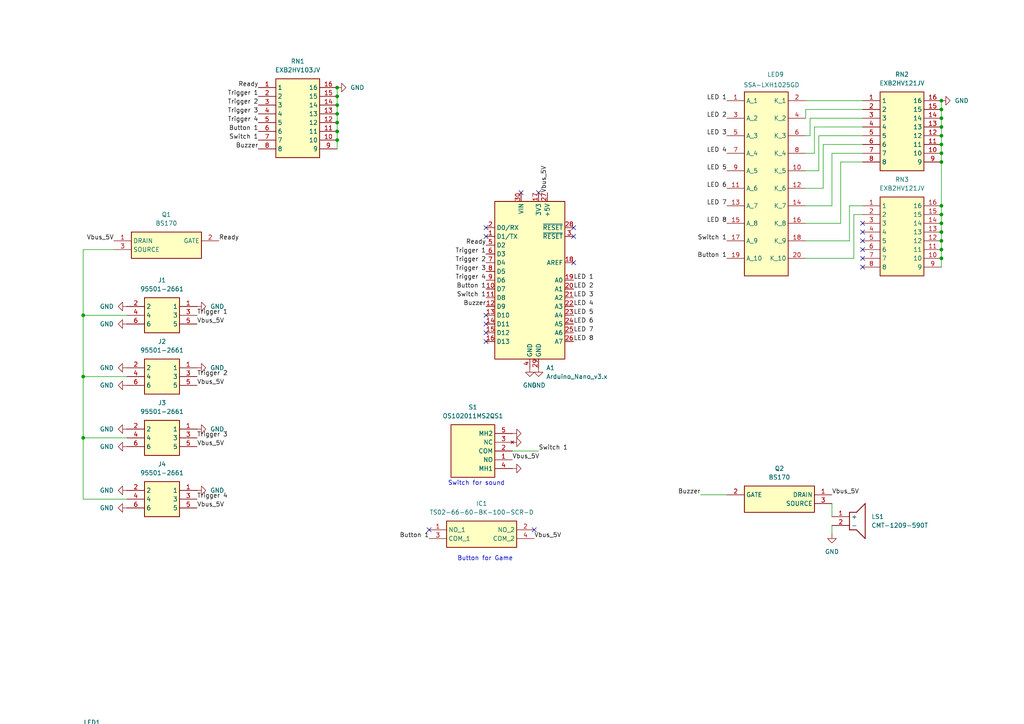
<source format=kicad_sch>
(kicad_sch (version 20231120) (generator "eeschema") (generator_version "8.0")
  (paper "A4")
  (junction (at 273.05 62.23))
  (junction (at 273.05 72.39))
  (junction (at 97.79 35.56))
  (junction (at 273.05 36.83))
  (junction (at 24.13 91.44))
  (junction (at 273.05 69.85))
  (junction (at 24.13 109.22))
  (junction (at 273.05 74.93))
  (junction (at 97.79 33.02))
  (junction (at 97.79 27.94))
  (junction (at 273.05 59.69))
  (junction (at 44.45 293.37))
  (junction (at 273.05 67.31))
  (junction (at 273.05 39.37))
  (junction (at 105.41 293.37))
  (junction (at 273.05 29.21))
  (junction (at 273.05 31.75))
  (junction (at 104.14 220.98))
  (junction (at 273.05 64.77))
  (junction (at 44.45 219.71))
  (junction (at 273.05 44.45))
  (junction (at 97.79 25.4))
  (junction (at 97.79 30.48))
  (junction (at 273.05 41.91))
  (junction (at 97.79 40.64))
  (junction (at 97.79 38.1))
  (junction (at 273.05 46.99))
  (junction (at 273.05 34.29))
  (junction (at 24.13 127))
  (no_connect (at 140.97 96.52))
  (no_connect (at 166.37 68.58))
  (no_connect (at 250.19 77.47))
  (no_connect (at 224.79 220.98))
  (no_connect (at 224.79 240.03))
  (no_connect (at 250.19 69.85))
  (no_connect (at 140.97 68.58))
  (no_connect (at 151.13 55.88))
  (no_connect (at 224.79 227.33))
  (no_connect (at 166.37 66.04))
  (no_connect (at 156.21 55.88))
  (no_connect (at 140.97 66.04))
  (no_connect (at 166.37 76.2))
  (no_connect (at 140.97 93.98))
  (no_connect (at 250.19 67.31))
  (no_connect (at 140.97 91.44))
  (no_connect (at 224.79 233.68))
  (no_connect (at 250.19 74.93))
  (no_connect (at 250.19 72.39))
  (no_connect (at 250.19 64.77))
  (no_connect (at 154.94 153.67))
  (no_connect (at 140.97 99.06))
  (no_connect (at 124.46 153.67))
  (wire (pts (xy 273.05 31.75) (xy 273.05 34.29)))
  (wire (pts (xy 105.41 293.37) (xy 105.41 303.53)))
  (wire (pts (xy 241.3 44.45) (xy 250.19 44.45)))
  (wire (pts (xy 111.76 231.14) (xy 111.76 234.95)))
  (wire (pts (xy 36.83 127) (xy 24.13 127)))
  (wire (pts (xy 97.79 25.4) (xy 97.79 27.94)))
  (wire (pts (xy 44.45 219.71) (xy 44.45 229.87)))
  (wire (pts (xy 62.23 233.68) (xy 62.23 219.71)))
  (wire (pts (xy 110.49 293.37) (xy 105.41 293.37)))
  (wire (pts (xy 233.68 69.85) (xy 246.38 69.85)))
  (wire (pts (xy 121.92 220.98) (xy 119.38 220.98)))
  (wire (pts (xy 54.61 233.68) (xy 62.23 233.68)))
  (wire (pts (xy 238.76 41.91) (xy 250.19 41.91)))
  (wire (pts (xy 109.22 220.98) (xy 104.14 220.98)))
  (wire (pts (xy 273.05 67.31) (xy 273.05 69.85)))
  (wire (pts (xy 236.22 36.83) (xy 250.19 36.83)))
  (wire (pts (xy 233.68 64.77) (xy 243.84 64.77)))
  (wire (pts (xy 273.05 72.39) (xy 273.05 74.93)))
  (wire (pts (xy 273.05 64.77) (xy 273.05 67.31)))
  (wire (pts (xy 62.23 219.71) (xy 59.69 219.71)))
  (wire (pts (xy 233.68 29.21) (xy 250.19 29.21)))
  (wire (pts (xy 62.23 307.34) (xy 62.23 293.37)))
  (wire (pts (xy 97.79 40.64) (xy 97.79 43.18)))
  (wire (pts (xy 44.45 303.53) (xy 52.07 303.53)))
  (wire (pts (xy 233.68 49.53) (xy 237.49 49.53)))
  (wire (pts (xy 233.68 44.45) (xy 236.22 44.45)))
  (wire (pts (xy 241.3 152.4) (xy 241.3 154.94)))
  (wire (pts (xy 52.07 303.53) (xy 52.07 307.34)))
  (wire (pts (xy 273.05 46.99) (xy 273.05 59.69)))
  (wire (pts (xy 62.23 293.37) (xy 59.69 293.37)))
  (wire (pts (xy 24.13 109.22) (xy 24.13 91.44)))
  (wire (pts (xy 36.83 144.78) (xy 24.13 144.78)))
  (wire (pts (xy 36.83 109.22) (xy 24.13 109.22)))
  (wire (pts (xy 273.05 39.37) (xy 273.05 41.91)))
  (wire (pts (xy 238.76 54.61) (xy 238.76 41.91)))
  (wire (pts (xy 97.79 38.1) (xy 97.79 40.64)))
  (wire (pts (xy 52.07 229.87) (xy 52.07 233.68)))
  (wire (pts (xy 247.65 74.93) (xy 247.65 62.23)))
  (wire (pts (xy 52.07 254) (xy 52.07 255.27)))
  (wire (pts (xy 273.05 36.83) (xy 273.05 39.37)))
  (wire (pts (xy 273.05 62.23) (xy 273.05 64.77)))
  (wire (pts (xy 273.05 29.21) (xy 273.05 31.75)))
  (wire (pts (xy 148.59 130.81) (xy 156.21 130.81)))
  (wire (pts (xy 44.45 229.87) (xy 52.07 229.87)))
  (wire (pts (xy 34.29 219.71) (xy 44.45 219.71)))
  (wire (pts (xy 237.49 39.37) (xy 250.19 39.37)))
  (wire (pts (xy 33.02 72.39) (xy 24.13 72.39)))
  (wire (pts (xy 243.84 46.99) (xy 250.19 46.99)))
  (wire (pts (xy 123.19 293.37) (xy 120.65 293.37)))
  (wire (pts (xy 243.84 64.77) (xy 243.84 46.99)))
  (wire (pts (xy 273.05 74.93) (xy 273.05 77.47)))
  (wire (pts (xy 95.25 293.37) (xy 105.41 293.37)))
  (wire (pts (xy 24.13 127) (xy 24.13 109.22)))
  (wire (pts (xy 234.95 34.29) (xy 250.19 34.29)))
  (wire (pts (xy 104.14 220.98) (xy 104.14 231.14)))
  (wire (pts (xy 97.79 27.94) (xy 97.79 30.48)))
  (wire (pts (xy 273.05 41.91) (xy 273.05 44.45)))
  (wire (pts (xy 233.68 59.69) (xy 241.3 59.69)))
  (wire (pts (xy 44.45 293.37) (xy 44.45 303.53)))
  (wire (pts (xy 233.68 34.29) (xy 233.68 31.75)))
  (wire (pts (xy 24.13 72.39) (xy 24.13 91.44)))
  (wire (pts (xy 113.03 327.66) (xy 113.03 328.93)))
  (wire (pts (xy 241.3 146.05) (xy 241.3 149.86)))
  (wire (pts (xy 49.53 293.37) (xy 44.45 293.37)))
  (wire (pts (xy 241.3 59.69) (xy 241.3 44.45)))
  (wire (pts (xy 49.53 219.71) (xy 44.45 219.71)))
  (wire (pts (xy 93.98 220.98) (xy 104.14 220.98)))
  (wire (pts (xy 123.19 307.34) (xy 123.19 293.37)))
  (wire (pts (xy 54.61 307.34) (xy 62.23 307.34)))
  (wire (pts (xy 52.07 327.66) (xy 52.07 328.93)))
  (wire (pts (xy 34.29 293.37) (xy 44.45 293.37)))
  (wire (pts (xy 104.14 231.14) (xy 111.76 231.14)))
  (wire (pts (xy 247.65 62.23) (xy 250.19 62.23)))
  (wire (pts (xy 246.38 69.85) (xy 246.38 59.69)))
  (wire (pts (xy 97.79 33.02) (xy 97.79 35.56)))
  (wire (pts (xy 24.13 144.78) (xy 24.13 127)))
  (wire (pts (xy 233.68 54.61) (xy 238.76 54.61)))
  (wire (pts (xy 121.92 234.95) (xy 121.92 220.98)))
  (wire (pts (xy 233.68 39.37) (xy 234.95 39.37)))
  (wire (pts (xy 236.22 44.45) (xy 236.22 36.83)))
  (wire (pts (xy 115.57 307.34) (xy 123.19 307.34)))
  (wire (pts (xy 233.68 74.93) (xy 247.65 74.93)))
  (wire (pts (xy 273.05 69.85) (xy 273.05 72.39)))
  (wire (pts (xy 113.03 303.53) (xy 113.03 307.34)))
  (wire (pts (xy 273.05 59.69) (xy 273.05 62.23)))
  (wire (pts (xy 233.68 31.75) (xy 250.19 31.75)))
  (wire (pts (xy 203.2 143.51) (xy 210.82 143.51)))
  (wire (pts (xy 114.3 234.95) (xy 121.92 234.95)))
  (wire (pts (xy 246.38 59.69) (xy 250.19 59.69)))
  (wire (pts (xy 234.95 39.37) (xy 234.95 34.29)))
  (wire (pts (xy 105.41 303.53) (xy 113.03 303.53)))
  (wire (pts (xy 97.79 35.56) (xy 97.79 38.1)))
  (wire (pts (xy 111.76 255.27) (xy 111.76 256.54)))
  (wire (pts (xy 97.79 30.48) (xy 97.79 33.02)))
  (wire (pts (xy 237.49 49.53) (xy 237.49 39.37)))
  (wire (pts (xy 273.05 34.29) (xy 273.05 36.83)))
  (wire (pts (xy 273.05 44.45) (xy 273.05 46.99)))
  (wire (pts (xy 24.13 91.44) (xy 36.83 91.44)))
  (text "Components for handle\n" (at 49.022 287.782 0) (effects (font (size 1.27 1.27))))
  (text "Switch for sound\n" (at 138.176 140.208 0) (effects (font (size 1.27 1.27))))
  (text "Components for handle\n" (at 108.712 215.392 0) (effects (font (size 1.27 1.27))))
  (text "Components for handle\n" (at 49.022 214.122 0) (effects (font (size 1.27 1.27))))
  (text "Components for handle\n" (at 109.982 287.782 0) (effects (font (size 1.27 1.27))))
  (text "Button for Game\n" (at 140.716 162.052 0) (effects (font (size 1.27 1.27))))
  (label "LED 6" (at 166.37 93.98 0))
  (label "Trigger 1" (at 140.97 73.66 180))
  (label "LED 7" (at 210.82 59.69 180))
  (label "LED 3" (at 166.37 86.36 0))
  (label "Ready" (at 74.93 25.4 180))
  (label "Trigger 1" (at 57.15 91.44 0))
  (label "Buzzer" (at 74.93 43.18 180))
  (label "LED 1" (at 166.37 81.28 0))
  (label "Trigger 3" (at 74.93 33.02 180))
  (label "LED 2" (at 166.37 83.82 0))
  (label "Ready" (at 63.5 69.85 0))
  (label "Trigger 3" (at 140.97 78.74 180))
  (label "Trigger 4" (at 140.97 81.28 180))
  (label "Button 1" (at 124.46 156.21 180))
  (label "Button 1" (at 74.93 38.1 180))
  (label "Button 1" (at 140.97 83.82 180))
  (label "LED 5" (at 210.82 49.53 180))
  (label "LED 4" (at 210.82 44.45 180))
  (label "LED 5" (at 166.37 91.44 0))
  (label "Vbus_5V" (at 57.15 147.32 0))
  (label "Buzzer" (at 203.2 143.51 180))
  (label "Vbus_5V" (at 158.75 55.88 90))
  (label "LED 2" (at 210.82 34.29 180))
  (label "Trigger 2" (at 74.93 30.48 180))
  (label "Buzzer" (at 140.97 88.9 180))
  (label "LED 4" (at 166.37 88.9 0))
  (label "Vbus_5V" (at 241.3 143.51 0))
  (label "Trigger 1" (at 74.93 27.94 180))
  (label "Trigger 4" (at 74.93 35.56 180))
  (label "Trigger 2" (at 140.97 76.2 180))
  (label "Button 1" (at 210.82 74.93 180))
  (label "Ready" (at 140.97 71.12 180))
  (label "LED 8" (at 166.37 99.06 0))
  (label "Trigger 3" (at 57.15 127 0))
  (label "LED 7" (at 166.37 96.52 0))
  (label "LED 3" (at 210.82 39.37 180))
  (label "Trigger 4" (at 57.15 144.78 0))
  (label "LED 8" (at 210.82 64.77 180))
  (label "LED 1" (at 210.82 29.21 180))
  (label "Vbus_5V" (at 154.94 156.21 0))
  (label "LED 6" (at 210.82 54.61 180))
  (label "Vbus_5V" (at 33.02 69.85 180))
  (label "Switch 1" (at 74.93 40.64 180))
  (label "Switch 1" (at 210.82 69.85 180))
  (label "Vbus_5V" (at 57.15 129.54 0))
  (label "Vbus_5V" (at 57.15 111.76 0))
  (label "Switch 1" (at 156.21 130.81 0))
  (label "Switch 1" (at 140.97 86.36 180))
  (label "Trigger 2" (at 57.15 109.22 0))
  (label "Vbus_5V" (at 57.15 93.98 0))
  (label "Vbus_5V" (at 148.59 133.35 0))
  (symbol (lib_id "power:GND") (at 57.15 142.24 90) (unit 1)
    (property "Reference" "#PWR022" (effects (hide yes)))
    (property "Value" "GND" (at 60.96 142.2399 90) (effects (justify right)))
    (property "Description" "Power symbol creates a global label with name \"GND\" , ground" (effects (hide yes)))
  )
  (symbol (lib_id "power:GND") (at 111.76 271.78 0) (unit 1)
    (property "Reference" "#PWR030" (effects (hide yes)))
    (property "Value" "GND" (at 111.76 276.86 0))
    (property "Description" "Power symbol creates a global label with name \"GND\" , ground" (effects (hide yes)))
  )
  (symbol (lib_id "SamacSys:EXB2HV103JV") (at 74.93 25.4 0) (unit 1)
    (property "Reference" "RN1" (at 86.36 17.78 0))
    (property "Value" "EXB2HV103JV" (at 86.36 20.32 0))
    (property "Footprint" "EXB2HV104JV" (effects (hide yes)))
    (property "Datasheet" "https://componentsearchengine.com/Datasheets/1/EXB-2HV104JV.pdf" (effects (hide yes)))
    (property "Description" "RESISTOR,CVEX ARRAY,0402X8, 10K 5% ROHS COMPLIANT: YES" (effects (hide yes)))
    (property "Height" "0.55" (effects (hide yes)))
    (property "Manufacturer_Name" "Panasonic" (effects (hide yes)))
    (property "Manufacturer_Part_Number" "EXB2HV103JV" (effects (hide yes)))
  )
  (symbol (lib_id "power:GND") (at 57.15 124.46 90) (unit 1)
    (property "Reference" "#PWR021" (effects (hide yes)))
    (property "Value" "GND" (at 60.96 124.4599 90) (effects (justify right)))
    (property "Description" "Power symbol creates a global label with name \"GND\" , ground" (effects (hide yes)))
  )
  (symbol (lib_id "SamacSys:WP7113ID5V") (at 52.07 344.17 90) (unit 1)
    (property "Reference" "LED4" (at 41.91 336.55 0))
    (property "Value" "WP7113ID5V" (at 44.45 336.55 0))
    (property "Footprint" "WP7113ID5V" (effects (hide yes)))
    (property "Datasheet" "https://www.kingbrightusa.com/images/catalog/SPEC/WP7113ID5V.pdf" (effects (hide yes)))
    (property "Description" "Red LED with 5V resistor" (at 57.15 343.154 0))
    (property "Height" "9.85" (effects (hide yes)))
    (property "Manufacturer_Name" "Kingbright" (effects (hide yes)))
    (property "Manufacturer_Part_Number" "WP7113ID5V" (effects (hide yes)))
    (property "Mouser Part Number" "604-WP7113ID5V" (effects (hide yes)))
    (property "Mouser Price/Stock" "https://www.mouser.co.uk/ProductDetail/Kingbright/WP7113ID5V?qs=58z0TXQGVSQgkIxR0kd%2F5Q%3D%3D" (effects (hide yes)))
    (property "Arrow Part Number" "WP7113ID5V" (effects (hide yes)))
    (property "Arrow Price/Stock" "https://www.arrow.com/en/products/wp7113id5v/kingbright?utm_currency=USD&region=nac" (effects (hide yes)))
  )
  (symbol (lib_id "Connector:RJ12") (at 255.27 287.02 0) (unit 1)
    (property "Reference" "J16" (at 255.27 271.78 0))
    (property "Value" "25 ft RJ12" (at 255.27 274.32 0))
    (property "Description" "RJ connector, 6P6C (6 positions 6 connected)" (effects (hide yes)))
    (property "Manufacturer_Part_Number" "BC-66SS025F" (effects (hide yes)))
    (property "DNP" "DNP" (effects (hide yes)))
  )
  (symbol (lib_id "Switch:SW_Push") (at 54.61 293.37 0) (mirror x) (unit 1)
    (property "Reference" "SW2" (at 54.61 300.99 0))
    (property "Value" "SW_Push" (at 54.61 298.45 0))
    (property "Description" "Push button switch, generic, two pins" (effects (hide yes)))
    (property "Manufacturer_Part_Number" "PV5S64019" (effects (hide yes)))
  )
  (symbol (lib_id "power:GND") (at 148.59 135.89 90) (unit 1)
    (property "Reference" "#PWR036" (effects (hide yes)))
    (property "Value" "GND" (effects (hide yes)))
    (property "Description" "Power symbol creates a global label with name \"GND\" , ground" (effects (hide yes)))
  )
  (symbol (lib_id "power:GND") (at 148.59 125.73 90) (unit 1)
    (property "Reference" "#PWR034" (effects (hide yes)))
    (property "Value" "GND" (effects (hide yes)))
    (property "Description" "Power symbol creates a global label with name \"GND\" , ground" (effects (hide yes)))
  )
  (symbol (lib_id "power:GND") (at 36.83 129.54 270) (unit 1)
    (property "Reference" "#PWR08" (effects (hide yes)))
    (property "Value" "GND" (at 33.02 129.5399 90) (effects (justify right)))
    (property "Description" "Power symbol creates a global label with name \"GND\" , ground" (effects (hide yes)))
  )
  (symbol (lib_id "power:GND") (at 148.59 128.27 90) (unit 1)
    (property "Reference" "#PWR035" (effects (hide yes)))
    (property "Value" "GND" (effects (hide yes)))
    (property "Description" "Power symbol creates a global label with name \"GND\" , ground" (effects (hide yes)))
  )
  (symbol (lib_id "power:GND") (at 115.57 327.66 90) (unit 1)
    (property "Reference" "#PWR033" (effects (hide yes)))
    (property "Value" "GND" (at 119.38 327.6599 90) (effects (justify right)))
    (property "Description" "Power symbol creates a global label with name \"GND\" , ground" (effects (hide yes)))
  )
  (symbol (lib_id "SamacSys:95501-2661") (at 49.53 254 90) (unit 1)
    (property "Reference" "J5" (at 58.42 242.5699 90) (effects (justify right)))
    (property "Value" "95501-2661" (at 58.42 245.1099 90) (effects (justify right)))
    (property "Footprint" "95501-2661" (effects (hide yes)))
    (property "Datasheet" "https://datasheet.datasheetarchive.com/originals/distributors/Datasheets_SAMA/df0790d8aebb5882625d0f98b986e00d.pdf" (effects (hide yes)))
    (property "Description" "6/6 way r/a PCB thru hole data skt,1.5A Molex 6P/6C Right Angle Through Hole Female RJ12 UTP RJ12 Connector" (effects (hide yes)))
    (property "Manufacturer_Name" "Molex" (effects (hide yes)))
    (property "Manufacturer_Part_Number" "95501-2661" (effects (hide yes)))
    (property "Mouser Part Number" "538-95501-2661" (effects (hide yes)))
    (property "Mouser Price/Stock" "https://www.mouser.co.uk/ProductDetail/Molex/95501-2661?qs=pojneS%2F1sjznHDwFkXsFkg%3D%3D" (effects (hide yes)))
  )
  (symbol (lib_id "Switch:SW_Push") (at 54.61 219.71 0) (mirror x) (unit 1)
    (property "Reference" "SW1" (at 54.61 227.33 0))
    (property "Value" "SW_Push" (at 54.61 224.79 0))
    (property "Description" "Push button switch, generic, two pins" (effects (hide yes)))
    (property "Manufacturer_Part_Number" "PV5S64019" (effects (hide yes)))
  )
  (symbol (lib_id "power:GND") (at 110.49 307.34 270) (unit 1)
    (property "Reference" "#PWR028" (effects (hide yes)))
    (property "Value" "GND" (at 106.68 307.3399 90) (effects (justify right)))
    (property "Description" "Power symbol creates a global label with name \"GND\" , ground" (effects (hide yes)))
  )
  (symbol (lib_id "power:GND") (at 36.83 124.46 270) (unit 1)
    (property "Reference" "#PWR07" (effects (hide yes)))
    (property "Value" "GND" (at 33.02 124.4599 90) (effects (justify right)))
    (property "Description" "Power symbol creates a global label with name \"GND\" , ground" (effects (hide yes)))
  )
  (symbol (lib_id "power:GND") (at 109.22 234.95 270) (unit 1)
    (property "Reference" "#PWR026" (effects (hide yes)))
    (property "Value" "GND" (at 105.41 234.9499 90) (effects (justify right)))
    (property "Description" "Power symbol creates a global label with name \"GND\" , ground" (effects (hide yes)))
  )
  (symbol (lib_id "SamacSys:CMT-1209-590T") (at 241.3 149.86 0) (unit 1)
    (property "Reference" "LS1" (at 252.73 149.8599 0) (effects (justify left)))
    (property "Value" "CMT-1209-590T" (at 252.73 152.3999 0) (effects (justify left)))
    (property "Footprint" "CMT1209590T" (effects (hide yes)))
    (property "Datasheet" "https://www.cuidevices.com/product/resource/digikeypdf/cmt-1209-590t.pdf" (effects (hide yes)))
    (property "Description" "Buzzers Transducer, Externally Driven Magnetic 5 V 65mA 2.048kHz 90dB @ 5V, 10cm Through Hole PC Pins" (effects (hide yes)))
    (property "Height" "9.5" (effects (hide yes)))
    (property "Manufacturer_Name" "Same Sky" (effects (hide yes)))
    (property "Manufacturer_Part_Number" "CMT-1209-590T" (effects (hide yes)))
    (property "Mouser Part Number" "179-CMT-1209-590T" (effects (hide yes)))
    (property "Mouser Price/Stock" "https://www.mouser.co.uk/ProductDetail/CUI-Devices/CMT-1209-590T?qs=i8QVZAFTkqRIO%2FWtiCRGPw%3D%3D" (effects (hide yes)))
  )
  (symbol (lib_id "power:GND") (at 97.79 25.4 90) (unit 1)
    (property "Reference" "#PWR025" (effects (hide yes)))
    (property "Value" "GND" (at 101.6 25.3999 90) (effects (justify right)))
    (property "Description" "Power symbol creates a global label with name \"GND\" , ground" (effects (hide yes)))
  )
  (symbol (lib_id "Connector:RJ12") (at 232.41 261.62 0) (unit 1)
    (property "Reference" "J13" (at 232.41 246.38 0))
    (property "Value" "25 ft RJ12" (at 232.41 248.92 0))
    (property "Description" "RJ connector, 6P6C (6 positions 6 connected)" (effects (hide yes)))
    (property "Manufacturer_Part_Number" "BC-66SS025F" (effects (hide yes)))
    (property "DNP" "DNP" (effects (hide yes)))
  )
  (symbol (lib_id "Connector:Screw_Terminal_01x01") (at 229.87 220.98 0) (unit 1)
    (property "Reference" "J9" (at 232.41 219.7099 0) (effects (justify left)))
    (property "Value" "M5 Screw" (at 232.41 222.2499 0) (effects (justify left)))
    (property "Description" "Generic screw terminal, single row, 01x01, script generated (kicad-library-utils/schlib/autogen/connector/)" (effects (hide yes)))
    (property "Manufacturer_Part_Number" "50M050080J008" (effects (hide yes)))
    (property "DNP" "DNP" (effects (hide yes)))
  )
  (symbol (lib_id "SamacSys:95501-2661") (at 36.83 106.68 0) (unit 1)
    (property "Reference" "J2" (at 46.99 99.06 0))
    (property "Value" "95501-2661" (at 46.99 101.6 0))
    (property "Footprint" "95501-2661" (effects (hide yes)))
    (property "Datasheet" "https://datasheet.datasheetarchive.com/originals/distributors/Datasheets_SAMA/df0790d8aebb5882625d0f98b986e00d.pdf" (effects (hide yes)))
    (property "Description" "6/6 way r/a PCB thru hole data skt,1.5A Molex 6P/6C Right Angle Through Hole Female RJ12 UTP RJ12 Connector" (effects (hide yes)))
    (property "Manufacturer_Name" "Molex" (effects (hide yes)))
    (property "Manufacturer_Part_Number" "95501-2661" (effects (hide yes)))
    (property "Mouser Part Number" "538-95501-2661" (effects (hide yes)))
    (property "Mouser Price/Stock" "https://www.mouser.co.uk/ProductDetail/Molex/95501-2661?qs=pojneS%2F1sjznHDwFkXsFkg%3D%3D" (effects (hide yes)))
  )
  (symbol (lib_id "SamacSys:BS170") (at 241.3 143.51 0) (mirror y) (unit 1)
    (property "Reference" "Q2" (at 226.06 135.89 0))
    (property "Value" "BS170" (at 226.06 138.43 0))
    (property "Footprint" "LM431ACZ" (effects (hide yes)))
    (property "Datasheet" "https://datasheet.datasheetarchive.com/originals/distributors/Datasheets-24/DSA-462429.pdf" (effects (hide yes)))
    (property "Description" "N-channel JFET,BF245A 2mA 30V,BP" (effects (hide yes)))
    (property "Height" "5.33" (effects (hide yes)))
    (property "Manufacturer_Name" "onsemi" (effects (hide yes)))
    (property "Manufacturer_Part_Number" "BS170" (effects (hide yes)))
    (property "Mouser Part Number" "512-BS170" (effects (hide yes)))
    (property "Mouser Price/Stock" "https://www.mouser.co.uk/ProductDetail/onsemi-Fairchild/BS170?qs=FOlmdCx%252BAA0Q%252B3zvwxJUKQ%3D%3D" (effects (hide yes)))
    (property "Arrow Part Number" "BS170" (effects (hide yes)))
    (property "Arrow Price/Stock" "https://www.arrow.com/en/products/bs170/on-semiconductor?region=nac" (effects (hide yes)))
  )
  (symbol (lib_id "power:GND") (at 110.49 327.66 270) (unit 1)
    (property "Reference" "#PWR029" (effects (hide yes)))
    (property "Value" "GND" (at 106.68 327.6599 90) (effects (justify right)))
    (property "Description" "Power symbol creates a global label with name \"GND\" , ground" (effects (hide yes)))
  )
  (symbol (lib_id "SamacSys:WP7113ID5V") (at 19.05 293.37 0) (unit 1)
    (property "Reference" "LED2" (at 26.67 283.21 0))
    (property "Value" "WP7113ID5V" (at 26.67 285.75 0))
    (property "Footprint" "WP7113ID5V" (effects (hide yes)))
    (property "Datasheet" "https://www.kingbrightusa.com/images/catalog/SPEC/WP7113ID5V.pdf" (effects (hide yes)))
    (property "Description" "Red LED with 5V resistor" (at 26.416 297.942 0))
    (property "Height" "9.85" (effects (hide yes)))
    (property "Manufacturer_Name" "Kingbright" (effects (hide yes)))
    (property "Manufacturer_Part_Number" "WP7113ID5V" (effects (hide yes)))
    (property "Mouser Part Number" "604-WP7113ID5V" (effects (hide yes)))
    (property "Mouser Price/Stock" "https://www.mouser.co.uk/ProductDetail/Kingbright/WP7113ID5V?qs=58z0TXQGVSQgkIxR0kd%2F5Q%3D%3D" (effects (hide yes)))
    (property "Arrow Part Number" "WP7113ID5V" (effects (hide yes)))
    (property "Arrow Price/Stock" "https://www.arrow.com/en/products/wp7113id5v/kingbright?utm_currency=USD&region=nac" (effects (hide yes)))
  )
  (symbol (lib_id "power:GND") (at 52.07 270.51 0) (unit 1)
    (property "Reference" "#PWR015" (effects (hide yes)))
    (property "Value" "GND" (at 52.07 275.59 0))
    (property "Description" "Power symbol creates a global label with name \"GND\" , ground" (effects (hide yes)))
  )
  (symbol (lib_id "power:GND") (at 57.15 88.9 90) (unit 1)
    (property "Reference" "#PWR019" (effects (hide yes)))
    (property "Value" "GND" (at 60.96 88.8999 90) (effects (justify right)))
    (property "Description" "Power symbol creates a global label with name \"GND\" , ground" (effects (hide yes)))
  )
  (symbol (lib_id "SamacSys:WP7113ID5V") (at 80.01 293.37 0) (unit 1)
    (property "Reference" "LED6" (at 87.63 283.21 0))
    (property "Value" "WP7113ID5V" (at 87.63 285.75 0))
    (property "Footprint" "WP7113ID5V" (effects (hide yes)))
    (property "Datasheet" "https://www.kingbrightusa.com/images/catalog/SPEC/WP7113ID5V.pdf" (effects (hide yes)))
    (property "Description" "Red LED with 5V resistor" (at 87.376 297.942 0))
    (property "Height" "9.85" (effects (hide yes)))
    (property "Manufacturer_Name" "Kingbright" (effects (hide yes)))
    (property "Manufacturer_Part_Number" "WP7113ID5V" (effects (hide yes)))
    (property "Mouser Part Number" "604-WP7113ID5V" (effects (hide yes)))
    (property "Mouser Price/Stock" "https://www.mouser.co.uk/ProductDetail/Kingbright/WP7113ID5V?qs=58z0TXQGVSQgkIxR0kd%2F5Q%3D%3D" (effects (hide yes)))
    (property "Arrow Part Number" "WP7113ID5V" (effects (hide yes)))
    (property "Arrow Price/Stock" "https://www.arrow.com/en/products/wp7113id5v/kingbright?utm_currency=USD&region=nac" (effects (hide yes)))
  )
  (symbol (lib_id "SamacSys:WP7113ID5V") (at 19.05 219.71 0) (unit 1)
    (property "Reference" "LED1" (at 26.67 209.55 0))
    (property "Value" "WP7113ID5V" (at 26.67 212.09 0))
    (property "Footprint" "WP7113ID5V" (effects (hide yes)))
    (property "Datasheet" "https://www.kingbrightusa.com/images/catalog/SPEC/WP7113ID5V.pdf" (effects (hide yes)))
    (property "Description" "Red LED with 5V resistor" (at 26.416 224.282 0))
    (property "Height" "9.85" (effects (hide yes)))
    (property "Manufacturer_Name" "Kingbright" (effects (hide yes)))
    (property "Manufacturer_Part_Number" "WP7113ID5V" (effects (hide yes)))
    (property "Mouser Part Number" "604-WP7113ID5V" (effects (hide yes)))
    (property "Mouser Price/Stock" "https://www.mouser.co.uk/ProductDetail/Kingbright/WP7113ID5V?qs=58z0TXQGVSQgkIxR0kd%2F5Q%3D%3D" (effects (hide yes)))
    (property "Arrow Part Number" "WP7113ID5V" (effects (hide yes)))
    (property "Arrow Price/Stock" "https://www.arrow.com/en/products/wp7113id5v/kingbright?utm_currency=USD&region=nac" (effects (hide yes)))
  )
  (symbol (lib_id "power:GND") (at 273.05 29.21 90) (unit 1)
    (property "Reference" "#PWR038" (effects (hide yes)))
    (property "Value" "GND" (at 276.86 29.2099 90) (effects (justify right)))
    (property "Description" "Power symbol creates a global label with name \"GND\" , ground" (effects (hide yes)))
  )
  (symbol (lib_id "power:GND") (at 49.53 254 270) (unit 1)
    (property "Reference" "#PWR012" (effects (hide yes)))
    (property "Value" "GND" (at 45.72 253.9999 90) (effects (justify right)))
    (property "Description" "Power symbol creates a global label with name \"GND\" , ground" (effects (hide yes)))
  )
  (symbol (lib_id "Connector:RJ12") (at 255.27 261.62 0) (unit 1)
    (property "Reference" "J15" (at 255.27 246.38 0))
    (property "Value" "25 ft RJ12" (at 255.27 248.92 0))
    (property "Description" "RJ connector, 6P6C (6 positions 6 connected)" (effects (hide yes)))
    (property "Manufacturer_Part_Number" "BC-66SS025F" (effects (hide yes)))
    (property "DNP" "DNP" (effects (hide yes)))
  )
  (symbol (lib_id "SamacSys:EXB2HV121JV") (at 250.19 59.69 0) (unit 1)
    (property "Reference" "RN3" (at 261.62 52.07 0))
    (property "Value" "EXB2HV121JV" (at 261.62 54.61 0))
    (property "Footprint" "EXB2HV_1" (effects (hide yes)))
    (property "Datasheet" "https://industrial.panasonic.com/cdbs/www-data/pdf/AOC0000/AOC0000C14.pdf" (effects (hide yes)))
    (property "Description" "Resistor Networks & Arrays 120 OHM 5%" (effects (hide yes)))
    (property "Manufacturer_Name" "Panasonic" (effects (hide yes)))
    (property "Manufacturer_Part_Number" "EXB2HV121JV" (effects (hide yes)))
  )
  (symbol (lib_id "Switch:SW_Push") (at 114.3 220.98 0) (mirror x) (unit 1)
    (property "Reference" "SW3" (at 114.3 228.6 0))
    (property "Value" "SW_Push" (at 114.3 226.06 0))
    (property "Description" "Push button switch, generic, two pins" (effects (hide yes)))
    (property "Manufacturer_Part_Number" "PV5S64019" (effects (hide yes)))
  )
  (symbol (lib_id "Connector:RJ12") (at 232.41 287.02 0) (unit 1)
    (property "Reference" "J14" (at 232.41 271.78 0))
    (property "Value" "25 ft RJ12" (at 232.41 274.32 0))
    (property "Description" "RJ connector, 6P6C (6 positions 6 connected)" (effects (hide yes)))
    (property "Manufacturer_Part_Number" "BC-66SS025F" (effects (hide yes)))
    (property "DNP" "DNP" (effects (hide yes)))
  )
  (symbol (lib_id "power:GND") (at 153.67 106.68 0) (unit 1)
    (property "Reference" "#PWR039" (effects (hide yes)))
    (property "Value" "GND" (at 153.67 111.76 0))
    (property "Description" "Power symbol creates a global label with name \"GND\" , ground" (effects (hide yes)))
  )
  (symbol (lib_id "power:GND") (at 54.61 254 90) (unit 1)
    (property "Reference" "#PWR017" (effects (hide yes)))
    (property "Value" "GND" (at 58.42 253.9999 90) (effects (justify right)))
    (property "Description" "Power symbol creates a global label with name \"GND\" , ground" (effects (hide yes)))
  )
  (symbol (lib_id "power:GND") (at 36.83 142.24 270) (unit 1)
    (property "Reference" "#PWR09" (effects (hide yes)))
    (property "Value" "GND" (at 33.02 142.2399 90) (effects (justify right)))
    (property "Description" "Power symbol creates a global label with name \"GND\" , ground" (effects (hide yes)))
  )
  (symbol (lib_id "SamacSys:95501-2661") (at 109.22 255.27 90) (unit 1)
    (property "Reference" "J7" (at 118.11 243.8399 90) (effects (justify right)))
    (property "Value" "95501-2661" (at 118.11 246.3799 90) (effects (justify right)))
    (property "Footprint" "95501-2661" (effects (hide yes)))
    (property "Datasheet" "https://datasheet.datasheetarchive.com/originals/distributors/Datasheets_SAMA/df0790d8aebb5882625d0f98b986e00d.pdf" (effects (hide yes)))
    (property "Description" "6/6 way r/a PCB thru hole data skt,1.5A Molex 6P/6C Right Angle Through Hole Female RJ12 UTP RJ12 Connector" (effects (hide yes)))
    (property "Manufacturer_Name" "Molex" (effects (hide yes)))
    (property "Manufacturer_Part_Number" "95501-2661" (effects (hide yes)))
    (property "Mouser Part Number" "538-95501-2661" (effects (hide yes)))
    (property "Mouser Price/Stock" "https://www.mouser.co.uk/ProductDetail/Molex/95501-2661?qs=pojneS%2F1sjznHDwFkXsFkg%3D%3D" (effects (hide yes)))
  )
  (symbol (lib_id "SamacSys:95501-2661") (at 110.49 327.66 90) (unit 1)
    (property "Reference" "J8" (at 119.38 316.2299 90) (effects (justify right)))
    (property "Value" "95501-2661" (at 119.38 318.7699 90) (effects (justify right)))
    (property "Footprint" "95501-2661" (effects (hide yes)))
    (property "Datasheet" "https://datasheet.datasheetarchive.com/originals/distributors/Datasheets_SAMA/df0790d8aebb5882625d0f98b986e00d.pdf" (effects (hide yes)))
    (property "Description" "6/6 way r/a PCB thru hole data skt,1.5A Molex 6P/6C Right Angle Through Hole Female RJ12 UTP RJ12 Connector" (effects (hide yes)))
    (property "Manufacturer_Name" "Molex" (effects (hide yes)))
    (property "Manufacturer_Part_Number" "95501-2661" (effects (hide yes)))
    (property "Mouser Part Number" "538-95501-2661" (effects (hide yes)))
    (property "Mouser Price/Stock" "https://www.mouser.co.uk/ProductDetail/Molex/95501-2661?qs=pojneS%2F1sjznHDwFkXsFkg%3D%3D" (effects (hide yes)))
  )
  (symbol (lib_id "power:GND") (at 36.83 106.68 270) (unit 1)
    (property "Reference" "#PWR05" (effects (hide yes)))
    (property "Value" "GND" (at 33.02 106.6799 90) (effects (justify right)))
    (property "Description" "Power symbol creates a global label with name \"GND\" , ground" (effects (hide yes)))
  )
  (symbol (lib_id "SamacSys:OS102011MS2QS1") (at 148.59 135.89 180) (unit 1)
    (property "Reference" "S1" (at 137.16 118.11 0))
    (property "Value" "OS102011MS2QS1" (at 137.16 120.65 0))
    (property "Footprint" "OS102011MS2QS1" (effects (hide yes)))
    (property "Datasheet" "https://www.ckswitches.com/media/1428/os.pdf" (effects (hide yes)))
    (property "Description" "SWITCH SLIDE SPDT 100MA 12V" (effects (hide yes)))
    (property "Height" "8" (effects (hide yes)))
    (property "Manufacturer_Name" "C & K COMPONENTS" (effects (hide yes)))
    (property "Manufacturer_Part_Number" "OS102011MS2QS1" (effects (hide yes)))
    (property "Mouser Part Number" "611-OS102011MS2QS1" (effects (hide yes)))
    (property "Mouser Price/Stock" "https://www.mouser.co.uk/ProductDetail/CK/OS102011MS2QS1?qs=WtljUlYws5TrGs9OfHrZYw%3D%3D" (effects (hide yes)))
    (property "Arrow Part Number" "OS102011MS2QS1" (effects (hide yes)))
    (property "Arrow Price/Stock" "https://www.arrow.com/en/products/os102011ms2qs1/ck?region=nac" (effects (hide yes)))
  )
  (symbol (lib_id "power:GND") (at 36.83 111.76 270) (unit 1)
    (property "Reference" "#PWR06" (effects (hide yes)))
    (property "Value" "GND" (at 33.02 111.7599 90) (effects (justify right)))
    (property "Description" "Power symbol creates a global label with name \"GND\" , ground" (effects (hide yes)))
  )
  (symbol (lib_id "SamacSys:WP7113ID5V") (at 52.07 270.51 90) (unit 1)
    (property "Reference" "LED3" (at 41.91 262.89 0))
    (property "Value" "WP7113ID5V" (at 44.45 262.89 0))
    (property "Footprint" "WP7113ID5V" (effects (hide yes)))
    (property "Datasheet" "https://www.kingbrightusa.com/images/catalog/SPEC/WP7113ID5V.pdf" (effects (hide yes)))
    (property "Description" "Red LED with 5V resistor" (at 57.15 269.494 0))
    (property "Height" "9.85" (effects (hide yes)))
    (property "Manufacturer_Name" "Kingbright" (effects (hide yes)))
    (property "Manufacturer_Part_Number" "WP7113ID5V" (effects (hide yes)))
    (property "Mouser Part Number" "604-WP7113ID5V" (effects (hide yes)))
    (property "Mouser Price/Stock" "https://www.mouser.co.uk/ProductDetail/Kingbright/WP7113ID5V?qs=58z0TXQGVSQgkIxR0kd%2F5Q%3D%3D" (effects (hide yes)))
    (property "Arrow Part Number" "WP7113ID5V" (effects (hide yes)))
    (property "Arrow Price/Stock" "https://www.arrow.com/en/products/wp7113id5v/kingbright?utm_currency=USD&region=nac" (effects (hide yes)))
  )
  (symbol (lib_id "power:GND") (at 52.07 344.17 0) (unit 1)
    (property "Reference" "#PWR016" (effects (hide yes)))
    (property "Value" "GND" (at 52.07 349.25 0))
    (property "Description" "Power symbol creates a global label with name \"GND\" , ground" (effects (hide yes)))
  )
  (symbol (lib_id "power:GND") (at 36.83 88.9 270) (unit 1)
    (property "Reference" "#PWR03" (effects (hide yes)))
    (property "Value" "GND" (at 33.02 88.8999 90) (effects (justify right)))
    (property "Description" "Power symbol creates a global label with name \"GND\" , ground" (effects (hide yes)))
  )
  (symbol (lib_id "power:GND") (at 57.15 106.68 90) (unit 1)
    (property "Reference" "#PWR020" (effects (hide yes)))
    (property "Value" "GND" (at 60.96 106.6799 90) (effects (justify right)))
    (property "Description" "Power symbol creates a global label with name \"GND\" , ground" (effects (hide yes)))
  )
  (symbol (lib_id "SamacSys:95501-2661") (at 36.83 88.9 0) (unit 1)
    (property "Reference" "J1" (at 46.99 81.28 0))
    (property "Value" "95501-2661" (at 46.99 83.82 0))
    (property "Footprint" "95501-2661" (effects (hide yes)))
    (property "Datasheet" "https://datasheet.datasheetarchive.com/originals/distributors/Datasheets_SAMA/df0790d8aebb5882625d0f98b986e00d.pdf" (effects (hide yes)))
    (property "Description" "6/6 way r/a PCB thru hole data skt,1.5A Molex 6P/6C Right Angle Through Hole Female RJ12 UTP RJ12 Connector" (effects (hide yes)))
    (property "Manufacturer_Name" "Molex" (effects (hide yes)))
    (property "Manufacturer_Part_Number" "95501-2661" (effects (hide yes)))
    (property "Mouser Part Number" "538-95501-2661" (effects (hide yes)))
    (property "Mouser Price/Stock" "https://www.mouser.co.uk/ProductDetail/Molex/95501-2661?qs=pojneS%2F1sjznHDwFkXsFkg%3D%3D" (effects (hide yes)))
  )
  (symbol (lib_id "Connector:Screw_Terminal_01x01") (at 229.87 227.33 0) (unit 1)
    (property "Reference" "J10" (at 232.41 226.0599 0) (effects (justify left)))
    (property "Value" "M5 Screw" (at 232.41 228.5999 0) (effects (justify left)))
    (property "Description" "Generic screw terminal, single row, 01x01, script generated (kicad-library-utils/schlib/autogen/connector/)" (effects (hide yes)))
    (property "Manufacturer_Part_Number" "50M050080J008" (effects (hide yes)))
    (property "DNP" "DNP" (effects (hide yes)))
  )
  (symbol (lib_id "power:GND") (at 36.83 93.98 270) (unit 1)
    (property "Reference" "#PWR04" (effects (hide yes)))
    (property "Value" "GND" (at 33.02 93.9799 90) (effects (justify right)))
    (property "Description" "Power symbol creates a global label with name \"GND\" , ground" (effects (hide yes)))
  )
  (symbol (lib_id "Switch:SW_Push") (at 115.57 293.37 0) (mirror x) (unit 1)
    (property "Reference" "SW4" (at 115.57 300.99 0))
    (property "Value" "SW_Push" (at 115.57 298.45 0))
    (property "Description" "Push button switch, generic, two pins" (effects (hide yes)))
    (property "Manufacturer_Part_Number" "PV5S64019" (effects (hide yes)))
  )
  (symbol (lib_id "SamacSys:95501-2661") (at 36.83 142.24 0) (unit 1)
    (property "Reference" "J4" (at 46.99 134.62 0))
    (property "Value" "95501-2661" (at 46.99 137.16 0))
    (property "Footprint" "95501-2661" (effects (hide yes)))
    (property "Datasheet" "https://datasheet.datasheetarchive.com/originals/distributors/Datasheets_SAMA/df0790d8aebb5882625d0f98b986e00d.pdf" (effects (hide yes)))
    (property "Description" "6/6 way r/a PCB thru hole data skt,1.5A Molex 6P/6C Right Angle Through Hole Female RJ12 UTP RJ12 Connector" (effects (hide yes)))
    (property "Manufacturer_Name" "Molex" (effects (hide yes)))
    (property "Manufacturer_Part_Number" "95501-2661" (effects (hide yes)))
    (property "Mouser Part Number" "538-95501-2661" (effects (hide yes)))
    (property "Mouser Price/Stock" "https://www.mouser.co.uk/ProductDetail/Molex/95501-2661?qs=pojneS%2F1sjznHDwFkXsFkg%3D%3D" (effects (hide yes)))
  )
  (symbol (lib_id "power:GND") (at 109.22 255.27 270) (unit 1)
    (property "Reference" "#PWR027" (effects (hide yes)))
    (property "Value" "GND" (at 105.41 255.2699 90) (effects (justify right)))
    (property "Description" "Power symbol creates a global label with name \"GND\" , ground" (effects (hide yes)))
  )
  (symbol (lib_id "SamacSys:WP7113ID5V") (at 113.03 344.17 90) (unit 1)
    (property "Reference" "LED8" (at 102.87 336.55 0))
    (property "Value" "WP7113ID5V" (at 105.41 336.55 0))
    (property "Footprint" "WP7113ID5V" (effects (hide yes)))
    (property "Datasheet" "https://www.kingbrightusa.com/images/catalog/SPEC/WP7113ID5V.pdf" (effects (hide yes)))
    (property "Description" "Red LED with 5V resistor" (at 118.11 343.154 0))
    (property "Height" "9.85" (effects (hide yes)))
    (property "Manufacturer_Name" "Kingbright" (effects (hide yes)))
    (property "Manufacturer_Part_Number" "WP7113ID5V" (effects (hide yes)))
    (property "Mouser Part Number" "604-WP7113ID5V" (effects (hide yes)))
    (property "Mouser Price/Stock" "https://www.mouser.co.uk/ProductDetail/Kingbright/WP7113ID5V?qs=58z0TXQGVSQgkIxR0kd%2F5Q%3D%3D" (effects (hide yes)))
    (property "Arrow Part Number" "WP7113ID5V" (effects (hide yes)))
    (property "Arrow Price/Stock" "https://www.arrow.com/en/products/wp7113id5v/kingbright?utm_currency=USD&region=nac" (effects (hide yes)))
  )
  (symbol (lib_id "SamacSys:WP7113ID5V") (at 78.74 220.98 0) (unit 1)
    (property "Reference" "LED5" (at 86.36 210.82 0))
    (property "Value" "WP7113ID5V" (at 86.36 213.36 0))
    (property "Footprint" "WP7113ID5V" (effects (hide yes)))
    (property "Datasheet" "https://www.kingbrightusa.com/images/catalog/SPEC/WP7113ID5V.pdf" (effects (hide yes)))
    (property "Description" "Red LED with 5V resistor" (at 86.106 225.552 0))
    (property "Height" "9.85" (effects (hide yes)))
    (property "Manufacturer_Name" "Kingbright" (effects (hide yes)))
    (property "Manufacturer_Part_Number" "WP7113ID5V" (effects (hide yes)))
    (property "Mouser Part Number" "604-WP7113ID5V" (effects (hide yes)))
    (property "Mouser Price/Stock" "https://www.mouser.co.uk/ProductDetail/Kingbright/WP7113ID5V?qs=58z0TXQGVSQgkIxR0kd%2F5Q%3D%3D" (effects (hide yes)))
    (property "Arrow Part Number" "WP7113ID5V" (effects (hide yes)))
    (property "Arrow Price/Stock" "https://www.arrow.com/en/products/wp7113id5v/kingbright?utm_currency=USD&region=nac" (effects (hide yes)))
  )
  (symbol (lib_id "SamacSys:95501-2661") (at 36.83 124.46 0) (unit 1)
    (property "Reference" "J3" (at 46.99 116.84 0))
    (property "Value" "95501-2661" (at 46.99 119.38 0))
    (property "Footprint" "95501-2661" (effects (hide yes)))
    (property "Datasheet" "https://datasheet.datasheetarchive.com/originals/distributors/Datasheets_SAMA/df0790d8aebb5882625d0f98b986e00d.pdf" (effects (hide yes)))
    (property "Description" "6/6 way r/a PCB thru hole data skt,1.5A Molex 6P/6C Right Angle Through Hole Female RJ12 UTP RJ12 Connector" (effects (hide yes)))
    (property "Manufacturer_Name" "Molex" (effects (hide yes)))
    (property "Manufacturer_Part_Number" "95501-2661" (effects (hide yes)))
    (property "Mouser Part Number" "538-95501-2661" (effects (hide yes)))
    (property "Mouser Price/Stock" "https://www.mouser.co.uk/ProductDetail/Molex/95501-2661?qs=pojneS%2F1sjznHDwFkXsFkg%3D%3D" (effects (hide yes)))
  )
  (symbol (lib_id "Connector:Screw_Terminal_01x01") (at 229.87 233.68 0) (unit 1)
    (property "Reference" "J11" (at 232.41 232.4099 0) (effects (justify left)))
    (property "Value" "M5 Screw" (at 232.41 234.9499 0) (effects (justify left)))
    (property "Description" "Generic screw terminal, single row, 01x01, script generated (kicad-library-utils/schlib/autogen/connector/)" (effects (hide yes)))
    (property "Manufacturer_Part_Number" "50M050080J008" (effects (hide yes)))
    (property "DNP" "DNP" (effects (hide yes)))
  )
  (symbol (lib_id "power:GND") (at 36.83 147.32 270) (unit 1)
    (property "Reference" "#PWR010" (effects (hide yes)))
    (property "Value" "GND" (at 33.02 147.3199 90) (effects (justify right)))
    (property "Description" "Power symbol creates a global label with name \"GND\" , ground" (effects (hide yes)))
  )
  (symbol (lib_id "power:GND") (at 113.03 344.17 0) (unit 1)
    (property "Reference" "#PWR031" (effects (hide yes)))
    (property "Value" "GND" (at 113.03 349.25 0))
    (property "Description" "Power symbol creates a global label with name \"GND\" , ground" (effects (hide yes)))
  )
  (symbol (lib_id "power:GND") (at 49.53 233.68 270) (unit 1)
    (property "Reference" "#PWR011" (effects (hide yes)))
    (property "Value" "GND" (at 45.72 233.6799 90) (effects (justify right)))
    (property "Description" "Power symbol creates a global label with name \"GND\" , ground" (effects (hide yes)))
  )
  (symbol (lib_id "power:GND") (at 241.3 154.94 0) (unit 1)
    (property "Reference" "#PWR037" (effects (hide yes)))
    (property "Value" "GND" (at 241.3 160.02 0))
    (property "Description" "Power symbol creates a global label with name \"GND\" , ground" (effects (hide yes)))
  )
  (symbol (lib_id "SamacSys:TS02-66-60-BK-100-SCR-D") (at 124.46 153.67 0) (unit 1)
    (property "Reference" "IC1" (at 139.7 146.05 0))
    (property "Value" "TS02-66-60-BK-100-SCR-D" (at 139.7 148.59 0))
    (property "Footprint" "TS026660BK100SCRD" (effects (hide yes)))
    (property "Datasheet" "https://www.cuidevices.com/product/resource/ts02.pdf" (effects (hide yes)))
    (property "Description" "Tactile Switches 6 x 6 mm, 6 mm Act Height, 100 gf, Black, Short Crimped, Through Hole, SPST," (effects (hide yes)))
    (property "Height" "6.2" (effects (hide yes)))
    (property "Manufacturer_Name" "Same Sky" (effects (hide yes)))
    (property "Manufacturer_Part_Number" "TS02-66-60-BK-100-SCR-D" (effects (hide yes)))
    (property "Mouser Part Number" "179-TS026660BK100SCR" (effects (hide yes)))
    (property "Mouser Price/Stock" "https://www.mouser.co.uk/ProductDetail/Same-Sky/TS02-66-60-BK-100-SCR-D?qs=A6eO%252BMLsxmRCwE7519dLfw%3D%3D" (effects (hide yes)))
  )
  (symbol (lib_id "power:GND") (at 54.61 327.66 90) (unit 1)
    (property "Reference" "#PWR018" (effects (hide yes)))
    (property "Value" "GND" (at 58.42 327.6599 90) (effects (justify right)))
    (property "Description" "Power symbol creates a global label with name \"GND\" , ground" (effects (hide yes)))
  )
  (symbol (lib_id "power:GND") (at 19.05 219.71 270) (unit 1)
    (property "Reference" "#PWR01" (effects (hide yes)))
    (property "Value" "GND" (at 13.97 219.71 0))
    (property "Description" "Power symbol creates a global label with name \"GND\" , ground" (effects (hide yes)))
  )
  (symbol (lib_id "power:GND") (at 49.53 327.66 270) (unit 1)
    (property "Reference" "#PWR014" (effects (hide yes)))
    (property "Value" "GND" (at 45.72 327.6599 90) (effects (justify right)))
    (property "Description" "Power symbol creates a global label with name \"GND\" , ground" (effects (hide yes)))
  )
  (symbol (lib_id "SamacSys:SSA-LXH1025GD") (at 210.82 29.21 0) (unit 1)
    (property "Reference" "LED9" (at 222.504 21.59 0) (effects (justify left)))
    (property "Value" "SSA-LXH1025GD" (at 215.646 24.638 0) (effects (justify left)))
    (property "Footprint" "SSALXH1025GD" (effects (hide yes)))
    (property "Datasheet" "https://www.lumex.com/content/files/ProductAttachment/SSA-LXH1025GD.pdf" (effects (hide yes)))
    (property "Description" "LED Circuit Board Indicator LED Circuit Board Indicator Bar - 10 Wide, SIP Green (x 10) Diffused, Tinted 2.2V 25mA Rectangle with Flat Top 5.00mm x 2.50mm Through Hole" (effects (hide yes)))
    (property "Height" "10.25" (effects (hide yes)))
    (property "Manufacturer_Name" "Lumex" (effects (hide yes)))
    (property "Manufacturer_Part_Number" "SSA-LXH1025GD" (effects (hide yes)))
    (property "Mouser Part Number" "696-SSA-LXH1025GD" (effects (hide yes)))
    (property "Mouser Price/Stock" "https://www.mouser.co.uk/ProductDetail/Lumex/SSA-LXH1025GD?qs=9HInCHf8eFidmfD7SRBhpw%3D%3D" (effects (hide yes)))
    (property "Arrow Part Number" "SSA-LXH1025GD" (effects (hide yes)))
    (property "Arrow Price/Stock" "https://www.arrow.com/en/products/ssa-lxh1025gd/lumex?region=nac" (effects (hide yes)))
  )
  (symbol (lib_id "MCU_Module:Arduino_Nano_v3.x") (at 153.67 81.28 0) (unit 1)
    (property "Reference" "A1" (at 158.4041 106.68 0) (effects (justify left)))
    (property "Value" "Arduino_Nano_v3.x" (at 158.4041 109.22 0) (effects (justify left)))
    (property "Footprint" "Module:Arduino_Nano" (effects (hide yes)))
    (property "Datasheet" "http://www.mouser.com/pdfdocs/Gravitech_Arduino_Nano3_0.pdf" (effects (hide yes)))
    (property "Description" "Arduino Nano v3.x" (effects (hide yes)))
    (property "Manufacturer_Part_Number" "ABX00033" (effects (hide yes)))
  )
  (symbol (lib_id "power:GND") (at 114.3 255.27 90) (unit 1)
    (property "Reference" "#PWR032" (effects (hide yes)))
    (property "Value" "GND" (at 118.11 255.2699 90) (effects (justify right)))
    (property "Description" "Power symbol creates a global label with name \"GND\" , ground" (effects (hide yes)))
  )
  (symbol (lib_id "SamacSys:EXB2HV121JV") (at 250.19 29.21 0) (unit 1)
    (property "Reference" "RN2" (at 261.62 21.59 0))
    (property "Value" "EXB2HV121JV" (at 261.62 24.13 0))
    (property "Footprint" "EXB2HV_1" (effects (hide yes)))
    (property "Datasheet" "https://industrial.panasonic.com/cdbs/www-data/pdf/AOC0000/AOC0000C14.pdf" (effects (hide yes)))
    (property "Description" "Resistor Networks & Arrays 120 OHM 5%" (effects (hide yes)))
    (property "Manufacturer_Name" "Panasonic" (effects (hide yes)))
    (property "Manufacturer_Part_Number" "EXB2HV121JV" (effects (hide yes)))
  )
  (symbol (lib_id "SamacSys:BS170") (at 33.02 69.85 0) (unit 1)
    (property "Reference" "Q1" (at 48.26 62.23 0))
    (property "Value" "BS170" (at 48.26 64.77 0))
    (property "Footprint" "LM431ACZ" (effects (hide yes)))
    (property "Datasheet" "https://datasheet.datasheetarchive.com/originals/distributors/Datasheets-24/DSA-462429.pdf" (effects (hide yes)))
    (property "Description" "N-channel JFET,BF245A 2mA 30V,BP" (effects (hide yes)))
    (property "Height" "5.33" (effects (hide yes)))
    (property "Manufacturer_Name" "onsemi" (effects (hide yes)))
    (property "Manufacturer_Part_Number" "BS170" (effects (hide yes)))
    (property "Mouser Part Number" "512-BS170" (effects (hide yes)))
    (property "Mouser Price/Stock" "https://www.mouser.co.uk/ProductDetail/onsemi-Fairchild/BS170?qs=FOlmdCx%252BAA0Q%252B3zvwxJUKQ%3D%3D" (effects (hide yes)))
    (property "Arrow Part Number" "BS170" (effects (hide yes)))
    (property "Arrow Price/Stock" "https://www.arrow.com/en/products/bs170/on-semiconductor?region=nac" (effects (hide yes)))
  )
  (symbol (lib_id "Connector:Screw_Terminal_01x01") (at 229.87 240.03 0) (unit 1)
    (property "Reference" "J12" (at 232.41 238.7599 0) (effects (justify left)))
    (property "Value" "M5 Screw" (at 232.41 241.2999 0) (effects (justify left)))
    (property "Description" "Generic screw terminal, single row, 01x01, script generated (kicad-library-utils/schlib/autogen/connector/)" (effects (hide yes)))
    (property "Manufacturer_Part_Number" "50M050080J008" (effects (hide yes)))
    (property "DNP" "DNP" (effects (hide yes)))
  )
  (symbol (lib_id "power:GND") (at 49.53 307.34 270) (unit 1)
    (property "Reference" "#PWR013" (effects (hide yes)))
    (property "Value" "GND" (at 45.72 307.3399 90) (effects (justify right)))
    (property "Description" "Power symbol creates a global label with name \"GND\" , ground" (effects (hide yes)))
  )
  (symbol (lib_id "power:GND") (at 80.01 293.37 270) (unit 1)
    (property "Reference" "#PWR024" (effects (hide yes)))
    (property "Value" "GND" (at 74.93 293.37 0))
    (property "Description" "Power symbol creates a global label with name \"GND\" , ground" (effects (hide yes)))
  )
  (symbol (lib_id "power:GND") (at 78.74 220.98 270) (unit 1)
    (property "Reference" "#PWR023" (effects (hide yes)))
    (property "Value" "GND" (at 73.66 220.98 0))
    (property "Description" "Power symbol creates a global label with name \"GND\" , ground" (effects (hide yes)))
  )
  (symbol (lib_id "power:GND") (at 19.05 293.37 270) (unit 1)
    (property "Reference" "#PWR02" (effects (hide yes)))
    (property "Value" "GND" (at 13.97 293.37 0))
    (property "Description" "Power symbol creates a global label with name \"GND\" , ground" (effects (hide yes)))
  )
  (symbol (lib_id "SamacSys:95501-2661") (at 49.53 327.66 90) (unit 1)
    (property "Reference" "J6" (at 58.42 316.2299 90) (effects (justify right)))
    (property "Value" "95501-2661" (at 58.42 318.7699 90) (effects (justify right)))
    (property "Footprint" "95501-2661" (effects (hide yes)))
    (property "Datasheet" "https://datasheet.datasheetarchive.com/originals/distributors/Datasheets_SAMA/df0790d8aebb5882625d0f98b986e00d.pdf" (effects (hide yes)))
    (property "Description" "6/6 way r/a PCB thru hole data skt,1.5A Molex 6P/6C Right Angle Through Hole Female RJ12 UTP RJ12 Connector" (effects (hide yes)))
    (property "Manufacturer_Name" "Molex" (effects (hide yes)))
    (property "Manufacturer_Part_Number" "95501-2661" (effects (hide yes)))
    (property "Mouser Part Number" "538-95501-2661" (effects (hide yes)))
    (property "Mouser Price/Stock" "https://www.mouser.co.uk/ProductDetail/Molex/95501-2661?qs=pojneS%2F1sjznHDwFkXsFkg%3D%3D" (effects (hide yes)))
  )
  (symbol (lib_id "SamacSys:WP7113ID5V") (at 111.76 271.78 90) (unit 1)
    (property "Reference" "LED7" (at 101.6 264.16 0))
    (property "Value" "WP7113ID5V" (at 104.14 264.16 0))
    (property "Footprint" "WP7113ID5V" (effects (hide yes)))
    (property "Datasheet" "https://www.kingbrightusa.com/images/catalog/SPEC/WP7113ID5V.pdf" (effects (hide yes)))
    (property "Description" "Red LED with 5V resistor" (at 116.84 270.764 0))
    (property "Height" "9.85" (effects (hide yes)))
    (property "Manufacturer_Name" "Kingbright" (effects (hide yes)))
    (property "Manufacturer_Part_Number" "WP7113ID5V" (effects (hide yes)))
    (property "Mouser Part Number" "604-WP7113ID5V" (effects (hide yes)))
    (property "Mouser Price/Stock" "https://www.mouser.co.uk/ProductDetail/Kingbright/WP7113ID5V?qs=58z0TXQGVSQgkIxR0kd%2F5Q%3D%3D" (effects (hide yes)))
    (property "Arrow Part Number" "WP7113ID5V" (effects (hide yes)))
    (property "Arrow Price/Stock" "https://www.arrow.com/en/products/wp7113id5v/kingbright?utm_currency=USD&region=nac" (effects (hide yes)))
  )
  (symbol (lib_id "power:GND") (at 156.21 106.68 0) (unit 1)
    (property "Reference" "#PWR040" (effects (hide yes)))
    (property "Value" "GND" (at 156.21 111.76 0))
    (property "Description" "Power symbol creates a global label with name \"GND\" , ground" (effects (hide yes)))
  )
)
</source>
